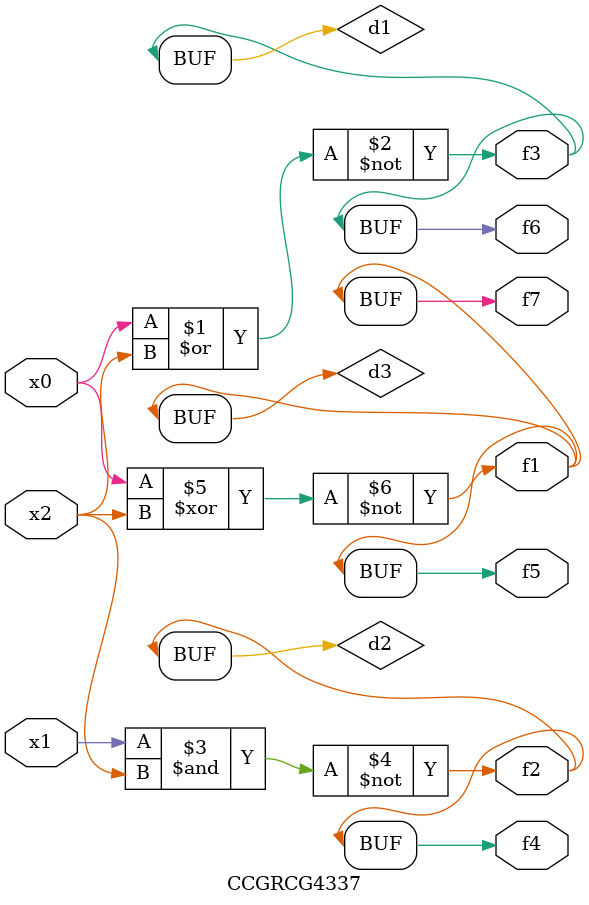
<source format=v>
module CCGRCG4337(
	input x0, x1, x2,
	output f1, f2, f3, f4, f5, f6, f7
);

	wire d1, d2, d3;

	nor (d1, x0, x2);
	nand (d2, x1, x2);
	xnor (d3, x0, x2);
	assign f1 = d3;
	assign f2 = d2;
	assign f3 = d1;
	assign f4 = d2;
	assign f5 = d3;
	assign f6 = d1;
	assign f7 = d3;
endmodule

</source>
